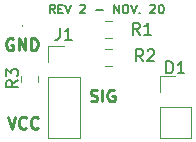
<source format=gbr>
G04 #@! TF.GenerationSoftware,KiCad,Pcbnew,(5.0.1)-4*
G04 #@! TF.CreationDate,2019-11-27T10:31:27-06:00*
G04 #@! TF.ProjectId,photodiode,70686F746F64696F64652E6B69636164,rev?*
G04 #@! TF.SameCoordinates,Original*
G04 #@! TF.FileFunction,Legend,Top*
G04 #@! TF.FilePolarity,Positive*
%FSLAX46Y46*%
G04 Gerber Fmt 4.6, Leading zero omitted, Abs format (unit mm)*
G04 Created by KiCad (PCBNEW (5.0.1)-4) date 11/27/2019 10:31:27 AM*
%MOMM*%
%LPD*%
G01*
G04 APERTURE LIST*
%ADD10C,0.187500*%
%ADD11C,0.250000*%
%ADD12C,0.120000*%
%ADD13C,0.150000*%
G04 APERTURE END LIST*
D10*
X103356482Y-67560385D02*
X103106482Y-67203242D01*
X102927911Y-67560385D02*
X102927911Y-66810385D01*
X103213625Y-66810385D01*
X103285054Y-66846100D01*
X103320768Y-66881814D01*
X103356482Y-66953242D01*
X103356482Y-67060385D01*
X103320768Y-67131814D01*
X103285054Y-67167528D01*
X103213625Y-67203242D01*
X102927911Y-67203242D01*
X103677911Y-67167528D02*
X103927911Y-67167528D01*
X104035054Y-67560385D02*
X103677911Y-67560385D01*
X103677911Y-66810385D01*
X104035054Y-66810385D01*
X104249340Y-66810385D02*
X104499340Y-67560385D01*
X104749340Y-66810385D01*
X105535054Y-66881814D02*
X105570768Y-66846100D01*
X105642197Y-66810385D01*
X105820768Y-66810385D01*
X105892197Y-66846100D01*
X105927911Y-66881814D01*
X105963625Y-66953242D01*
X105963625Y-67024671D01*
X105927911Y-67131814D01*
X105499340Y-67560385D01*
X105963625Y-67560385D01*
X106856482Y-67274671D02*
X107427911Y-67274671D01*
X108356482Y-67560385D02*
X108356482Y-66810385D01*
X108785054Y-67560385D01*
X108785054Y-66810385D01*
X109285054Y-66810385D02*
X109427911Y-66810385D01*
X109499340Y-66846100D01*
X109570768Y-66917528D01*
X109606482Y-67060385D01*
X109606482Y-67310385D01*
X109570768Y-67453242D01*
X109499340Y-67524671D01*
X109427911Y-67560385D01*
X109285054Y-67560385D01*
X109213625Y-67524671D01*
X109142197Y-67453242D01*
X109106482Y-67310385D01*
X109106482Y-67060385D01*
X109142197Y-66917528D01*
X109213625Y-66846100D01*
X109285054Y-66810385D01*
X109820768Y-66810385D02*
X110070768Y-67560385D01*
X110320768Y-66810385D01*
X110570768Y-67488957D02*
X110606482Y-67524671D01*
X110570768Y-67560385D01*
X110535054Y-67524671D01*
X110570768Y-67488957D01*
X110570768Y-67560385D01*
X111463625Y-66881814D02*
X111499340Y-66846100D01*
X111570768Y-66810385D01*
X111749340Y-66810385D01*
X111820768Y-66846100D01*
X111856482Y-66881814D01*
X111892197Y-66953242D01*
X111892197Y-67024671D01*
X111856482Y-67131814D01*
X111427911Y-67560385D01*
X111892197Y-67560385D01*
X112356482Y-66810385D02*
X112427911Y-66810385D01*
X112499340Y-66846100D01*
X112535054Y-66881814D01*
X112570768Y-66953242D01*
X112606482Y-67096100D01*
X112606482Y-67274671D01*
X112570768Y-67417528D01*
X112535054Y-67488957D01*
X112499340Y-67524671D01*
X112427911Y-67560385D01*
X112356482Y-67560385D01*
X112285054Y-67524671D01*
X112249340Y-67488957D01*
X112213625Y-67417528D01*
X112177911Y-67274671D01*
X112177911Y-67096100D01*
X112213625Y-66953242D01*
X112249340Y-66881814D01*
X112285054Y-66846100D01*
X112356482Y-66810385D01*
D11*
X99377666Y-76317860D02*
X99711000Y-77317860D01*
X100044333Y-76317860D01*
X100949095Y-77222622D02*
X100901476Y-77270241D01*
X100758619Y-77317860D01*
X100663380Y-77317860D01*
X100520523Y-77270241D01*
X100425285Y-77175003D01*
X100377666Y-77079765D01*
X100330047Y-76889289D01*
X100330047Y-76746432D01*
X100377666Y-76555956D01*
X100425285Y-76460718D01*
X100520523Y-76365480D01*
X100663380Y-76317860D01*
X100758619Y-76317860D01*
X100901476Y-76365480D01*
X100949095Y-76413099D01*
X101949095Y-77222622D02*
X101901476Y-77270241D01*
X101758619Y-77317860D01*
X101663380Y-77317860D01*
X101520523Y-77270241D01*
X101425285Y-77175003D01*
X101377666Y-77079765D01*
X101330047Y-76889289D01*
X101330047Y-76746432D01*
X101377666Y-76555956D01*
X101425285Y-76460718D01*
X101520523Y-76365480D01*
X101663380Y-76317860D01*
X101758619Y-76317860D01*
X101901476Y-76365480D01*
X101949095Y-76413099D01*
X106397870Y-74953761D02*
X106540727Y-75001380D01*
X106778822Y-75001380D01*
X106874060Y-74953761D01*
X106921680Y-74906142D01*
X106969299Y-74810904D01*
X106969299Y-74715666D01*
X106921680Y-74620428D01*
X106874060Y-74572809D01*
X106778822Y-74525190D01*
X106588346Y-74477571D01*
X106493108Y-74429952D01*
X106445489Y-74382333D01*
X106397870Y-74287095D01*
X106397870Y-74191857D01*
X106445489Y-74096619D01*
X106493108Y-74049000D01*
X106588346Y-74001380D01*
X106826441Y-74001380D01*
X106969299Y-74049000D01*
X107397870Y-75001380D02*
X107397870Y-74001380D01*
X108397870Y-74049000D02*
X108302632Y-74001380D01*
X108159775Y-74001380D01*
X108016918Y-74049000D01*
X107921680Y-74144238D01*
X107874060Y-74239476D01*
X107826441Y-74429952D01*
X107826441Y-74572809D01*
X107874060Y-74763285D01*
X107921680Y-74858523D01*
X108016918Y-74953761D01*
X108159775Y-75001380D01*
X108255013Y-75001380D01*
X108397870Y-74953761D01*
X108445489Y-74906142D01*
X108445489Y-74572809D01*
X108255013Y-74572809D01*
X99827175Y-69710680D02*
X99731937Y-69663060D01*
X99589080Y-69663060D01*
X99446222Y-69710680D01*
X99350984Y-69805918D01*
X99303365Y-69901156D01*
X99255746Y-70091632D01*
X99255746Y-70234489D01*
X99303365Y-70424965D01*
X99350984Y-70520203D01*
X99446222Y-70615441D01*
X99589080Y-70663060D01*
X99684318Y-70663060D01*
X99827175Y-70615441D01*
X99874794Y-70567822D01*
X99874794Y-70234489D01*
X99684318Y-70234489D01*
X100303365Y-70663060D02*
X100303365Y-69663060D01*
X100874794Y-70663060D01*
X100874794Y-69663060D01*
X101350984Y-70663060D02*
X101350984Y-69663060D01*
X101589080Y-69663060D01*
X101731937Y-69710680D01*
X101827175Y-69805918D01*
X101874794Y-69901156D01*
X101922413Y-70091632D01*
X101922413Y-70234489D01*
X101874794Y-70424965D01*
X101827175Y-70520203D01*
X101731937Y-70615441D01*
X101589080Y-70663060D01*
X101350984Y-70663060D01*
D12*
X100584000Y-68556000D02*
X100584000Y-68580000D01*
G04 #@! TO.C,D1*
X112241020Y-78093880D02*
X114901020Y-78093880D01*
X112241020Y-75493880D02*
X112241020Y-78093880D01*
X114901020Y-75493880D02*
X114901020Y-78093880D01*
X112241020Y-75493880D02*
X114901020Y-75493880D01*
X112241020Y-74223880D02*
X112241020Y-72893880D01*
X112241020Y-72893880D02*
X113571020Y-72893880D01*
G04 #@! TO.C,J1*
X102810000Y-78085001D02*
X105470000Y-78085001D01*
X102810000Y-72945001D02*
X102810000Y-78085001D01*
X105470000Y-72945001D02*
X105470000Y-78085001D01*
X102810000Y-72945001D02*
X105470000Y-72945001D01*
X102810000Y-71675001D02*
X102810000Y-70345001D01*
X102810000Y-70345001D02*
X104140000Y-70345001D01*
G04 #@! TO.C,R1*
X107658402Y-68235760D02*
X108175558Y-68235760D01*
X107658402Y-69655760D02*
X108175558Y-69655760D01*
G04 #@! TO.C,R2*
X108175558Y-72012880D02*
X107658402Y-72012880D01*
X108175558Y-70592880D02*
X107658402Y-70592880D01*
G04 #@! TO.C,R3*
X101964560Y-73390258D02*
X101964560Y-72873102D01*
X100544560Y-73390258D02*
X100544560Y-72873102D01*
G04 #@! TO.C,D1*
D13*
X112822764Y-72618860D02*
X112822764Y-71618860D01*
X113060860Y-71618860D01*
X113203717Y-71666480D01*
X113298955Y-71761718D01*
X113346574Y-71856956D01*
X113394193Y-72047432D01*
X113394193Y-72190289D01*
X113346574Y-72380765D01*
X113298955Y-72476003D01*
X113203717Y-72571241D01*
X113060860Y-72618860D01*
X112822764Y-72618860D01*
X114346574Y-72618860D02*
X113775145Y-72618860D01*
X114060860Y-72618860D02*
X114060860Y-71618860D01*
X113965621Y-71761718D01*
X113870383Y-71856956D01*
X113775145Y-71904575D01*
G04 #@! TO.C,J1*
X103806666Y-68797381D02*
X103806666Y-69511667D01*
X103759047Y-69654524D01*
X103663809Y-69749762D01*
X103520952Y-69797381D01*
X103425714Y-69797381D01*
X104806666Y-69797381D02*
X104235238Y-69797381D01*
X104520952Y-69797381D02*
X104520952Y-68797381D01*
X104425714Y-68940239D01*
X104330476Y-69035477D01*
X104235238Y-69083096D01*
G04 #@! TO.C,R1*
X110584953Y-69347340D02*
X110251620Y-68871150D01*
X110013524Y-69347340D02*
X110013524Y-68347340D01*
X110394477Y-68347340D01*
X110489715Y-68394960D01*
X110537334Y-68442579D01*
X110584953Y-68537817D01*
X110584953Y-68680674D01*
X110537334Y-68775912D01*
X110489715Y-68823531D01*
X110394477Y-68871150D01*
X110013524Y-68871150D01*
X111537334Y-69347340D02*
X110965905Y-69347340D01*
X111251620Y-69347340D02*
X111251620Y-68347340D01*
X111156381Y-68490198D01*
X111061143Y-68585436D01*
X110965905Y-68633055D01*
G04 #@! TO.C,R2*
X110861813Y-71600320D02*
X110528480Y-71124130D01*
X110290384Y-71600320D02*
X110290384Y-70600320D01*
X110671337Y-70600320D01*
X110766575Y-70647940D01*
X110814194Y-70695559D01*
X110861813Y-70790797D01*
X110861813Y-70933654D01*
X110814194Y-71028892D01*
X110766575Y-71076511D01*
X110671337Y-71124130D01*
X110290384Y-71124130D01*
X111242765Y-70695559D02*
X111290384Y-70647940D01*
X111385622Y-70600320D01*
X111623718Y-70600320D01*
X111718956Y-70647940D01*
X111766575Y-70695559D01*
X111814194Y-70790797D01*
X111814194Y-70886035D01*
X111766575Y-71028892D01*
X111195146Y-71600320D01*
X111814194Y-71600320D01*
G04 #@! TO.C,R3*
X100261680Y-73219606D02*
X99785490Y-73552940D01*
X100261680Y-73791035D02*
X99261680Y-73791035D01*
X99261680Y-73410082D01*
X99309300Y-73314844D01*
X99356919Y-73267225D01*
X99452157Y-73219606D01*
X99595014Y-73219606D01*
X99690252Y-73267225D01*
X99737871Y-73314844D01*
X99785490Y-73410082D01*
X99785490Y-73791035D01*
X99261680Y-72886273D02*
X99261680Y-72267225D01*
X99642633Y-72600559D01*
X99642633Y-72457701D01*
X99690252Y-72362463D01*
X99737871Y-72314844D01*
X99833109Y-72267225D01*
X100071204Y-72267225D01*
X100166442Y-72314844D01*
X100214061Y-72362463D01*
X100261680Y-72457701D01*
X100261680Y-72743416D01*
X100214061Y-72838654D01*
X100166442Y-72886273D01*
G04 #@! TD*
M02*

</source>
